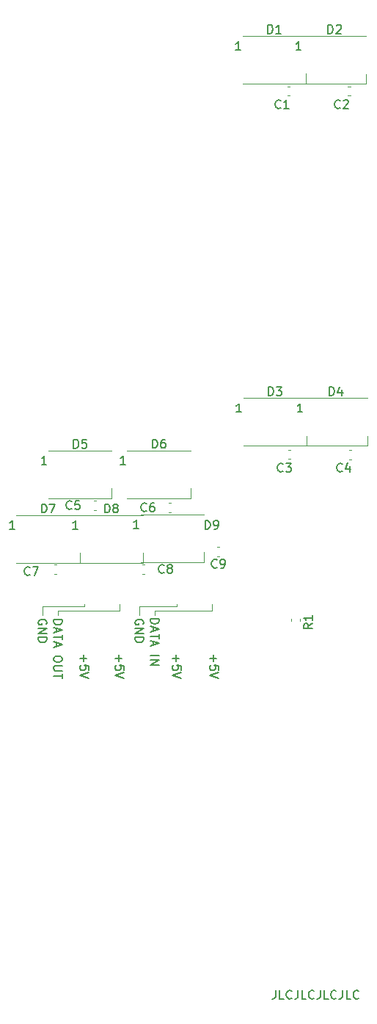
<source format=gbr>
%TF.GenerationSoftware,KiCad,Pcbnew,(5.1.12-1-10_14)*%
%TF.CreationDate,2021-11-25T16:43:39+11:00*%
%TF.ProjectId,GEN TIE PCB V2,47454e20-5449-4452-9050-43422056322e,rev?*%
%TF.SameCoordinates,Original*%
%TF.FileFunction,Legend,Top*%
%TF.FilePolarity,Positive*%
%FSLAX46Y46*%
G04 Gerber Fmt 4.6, Leading zero omitted, Abs format (unit mm)*
G04 Created by KiCad (PCBNEW (5.1.12-1-10_14)) date 2021-11-25 16:43:39*
%MOMM*%
%LPD*%
G01*
G04 APERTURE LIST*
%ADD10C,0.150000*%
%ADD11C,0.120000*%
G04 APERTURE END LIST*
D10*
X151910952Y-158292380D02*
X151910952Y-159006666D01*
X151863333Y-159149523D01*
X151768095Y-159244761D01*
X151625238Y-159292380D01*
X151530000Y-159292380D01*
X152863333Y-159292380D02*
X152387142Y-159292380D01*
X152387142Y-158292380D01*
X153768095Y-159197142D02*
X153720476Y-159244761D01*
X153577619Y-159292380D01*
X153482380Y-159292380D01*
X153339523Y-159244761D01*
X153244285Y-159149523D01*
X153196666Y-159054285D01*
X153149047Y-158863809D01*
X153149047Y-158720952D01*
X153196666Y-158530476D01*
X153244285Y-158435238D01*
X153339523Y-158340000D01*
X153482380Y-158292380D01*
X153577619Y-158292380D01*
X153720476Y-158340000D01*
X153768095Y-158387619D01*
X154482380Y-158292380D02*
X154482380Y-159006666D01*
X154434761Y-159149523D01*
X154339523Y-159244761D01*
X154196666Y-159292380D01*
X154101428Y-159292380D01*
X155434761Y-159292380D02*
X154958571Y-159292380D01*
X154958571Y-158292380D01*
X156339523Y-159197142D02*
X156291904Y-159244761D01*
X156149047Y-159292380D01*
X156053809Y-159292380D01*
X155910952Y-159244761D01*
X155815714Y-159149523D01*
X155768095Y-159054285D01*
X155720476Y-158863809D01*
X155720476Y-158720952D01*
X155768095Y-158530476D01*
X155815714Y-158435238D01*
X155910952Y-158340000D01*
X156053809Y-158292380D01*
X156149047Y-158292380D01*
X156291904Y-158340000D01*
X156339523Y-158387619D01*
X157053809Y-158292380D02*
X157053809Y-159006666D01*
X157006190Y-159149523D01*
X156910952Y-159244761D01*
X156768095Y-159292380D01*
X156672857Y-159292380D01*
X158006190Y-159292380D02*
X157530000Y-159292380D01*
X157530000Y-158292380D01*
X158910952Y-159197142D02*
X158863333Y-159244761D01*
X158720476Y-159292380D01*
X158625238Y-159292380D01*
X158482380Y-159244761D01*
X158387142Y-159149523D01*
X158339523Y-159054285D01*
X158291904Y-158863809D01*
X158291904Y-158720952D01*
X158339523Y-158530476D01*
X158387142Y-158435238D01*
X158482380Y-158340000D01*
X158625238Y-158292380D01*
X158720476Y-158292380D01*
X158863333Y-158340000D01*
X158910952Y-158387619D01*
X159625238Y-158292380D02*
X159625238Y-159006666D01*
X159577619Y-159149523D01*
X159482380Y-159244761D01*
X159339523Y-159292380D01*
X159244285Y-159292380D01*
X160577619Y-159292380D02*
X160101428Y-159292380D01*
X160101428Y-158292380D01*
X161482380Y-159197142D02*
X161434761Y-159244761D01*
X161291904Y-159292380D01*
X161196666Y-159292380D01*
X161053809Y-159244761D01*
X160958571Y-159149523D01*
X160910952Y-159054285D01*
X160863333Y-158863809D01*
X160863333Y-158720952D01*
X160910952Y-158530476D01*
X160958571Y-158435238D01*
X161053809Y-158340000D01*
X161196666Y-158292380D01*
X161291904Y-158292380D01*
X161434761Y-158340000D01*
X161482380Y-158387619D01*
D11*
X129794000Y-114046000D02*
X129794000Y-113792000D01*
X124968000Y-114046000D02*
X129794000Y-114046000D01*
X124968000Y-114300000D02*
X124968000Y-114046000D01*
X124968000Y-115062000D02*
X124968000Y-114300000D01*
X133858000Y-114554000D02*
X133858000Y-113792000D01*
X126746000Y-114554000D02*
X133858000Y-114554000D01*
X126746000Y-115062000D02*
X126746000Y-114554000D01*
X140462000Y-114046000D02*
X140462000Y-113792000D01*
X136144000Y-114046000D02*
X140462000Y-114046000D01*
X136144000Y-115062000D02*
X136144000Y-114046000D01*
X144526000Y-114554000D02*
X144526000Y-113792000D01*
X137922000Y-114554000D02*
X144526000Y-114554000D01*
X137922000Y-115062000D02*
X137922000Y-114554000D01*
D10*
X137469619Y-115467142D02*
X138469619Y-115467142D01*
X138469619Y-115705238D01*
X138422000Y-115848095D01*
X138326761Y-115943333D01*
X138231523Y-115990952D01*
X138041047Y-116038571D01*
X137898190Y-116038571D01*
X137707714Y-115990952D01*
X137612476Y-115943333D01*
X137517238Y-115848095D01*
X137469619Y-115705238D01*
X137469619Y-115467142D01*
X137755333Y-116419523D02*
X137755333Y-116895714D01*
X137469619Y-116324285D02*
X138469619Y-116657619D01*
X137469619Y-116990952D01*
X138469619Y-117181428D02*
X138469619Y-117752857D01*
X137469619Y-117467142D02*
X138469619Y-117467142D01*
X137755333Y-118038571D02*
X137755333Y-118514761D01*
X137469619Y-117943333D02*
X138469619Y-118276666D01*
X137469619Y-118610000D01*
X137469619Y-119705238D02*
X138469619Y-119705238D01*
X137469619Y-120181428D02*
X138469619Y-120181428D01*
X137469619Y-120752857D01*
X138469619Y-120752857D01*
X136644000Y-116078095D02*
X136691619Y-115982857D01*
X136691619Y-115840000D01*
X136644000Y-115697142D01*
X136548761Y-115601904D01*
X136453523Y-115554285D01*
X136263047Y-115506666D01*
X136120190Y-115506666D01*
X135929714Y-115554285D01*
X135834476Y-115601904D01*
X135739238Y-115697142D01*
X135691619Y-115840000D01*
X135691619Y-115935238D01*
X135739238Y-116078095D01*
X135786857Y-116125714D01*
X136120190Y-116125714D01*
X136120190Y-115935238D01*
X135691619Y-116554285D02*
X136691619Y-116554285D01*
X135691619Y-117125714D01*
X136691619Y-117125714D01*
X135691619Y-117601904D02*
X136691619Y-117601904D01*
X136691619Y-117840000D01*
X136644000Y-117982857D01*
X136548761Y-118078095D01*
X136453523Y-118125714D01*
X136263047Y-118173333D01*
X136120190Y-118173333D01*
X135929714Y-118125714D01*
X135834476Y-118078095D01*
X135739238Y-117982857D01*
X135691619Y-117840000D01*
X135691619Y-117601904D01*
X126293619Y-115562476D02*
X127293619Y-115562476D01*
X127293619Y-115800571D01*
X127246000Y-115943428D01*
X127150761Y-116038666D01*
X127055523Y-116086285D01*
X126865047Y-116133904D01*
X126722190Y-116133904D01*
X126531714Y-116086285D01*
X126436476Y-116038666D01*
X126341238Y-115943428D01*
X126293619Y-115800571D01*
X126293619Y-115562476D01*
X126579333Y-116514857D02*
X126579333Y-116991047D01*
X126293619Y-116419619D02*
X127293619Y-116752952D01*
X126293619Y-117086285D01*
X127293619Y-117276761D02*
X127293619Y-117848190D01*
X126293619Y-117562476D02*
X127293619Y-117562476D01*
X126579333Y-118133904D02*
X126579333Y-118610095D01*
X126293619Y-118038666D02*
X127293619Y-118372000D01*
X126293619Y-118705333D01*
X127293619Y-119991047D02*
X127293619Y-120181523D01*
X127246000Y-120276761D01*
X127150761Y-120372000D01*
X126960285Y-120419619D01*
X126626952Y-120419619D01*
X126436476Y-120372000D01*
X126341238Y-120276761D01*
X126293619Y-120181523D01*
X126293619Y-119991047D01*
X126341238Y-119895809D01*
X126436476Y-119800571D01*
X126626952Y-119752952D01*
X126960285Y-119752952D01*
X127150761Y-119800571D01*
X127246000Y-119895809D01*
X127293619Y-119991047D01*
X127293619Y-120848190D02*
X126484095Y-120848190D01*
X126388857Y-120895809D01*
X126341238Y-120943428D01*
X126293619Y-121038666D01*
X126293619Y-121229142D01*
X126341238Y-121324380D01*
X126388857Y-121372000D01*
X126484095Y-121419619D01*
X127293619Y-121419619D01*
X127293619Y-121752952D02*
X127293619Y-122324380D01*
X126293619Y-122038666D02*
X127293619Y-122038666D01*
X125468000Y-116078095D02*
X125515619Y-115982857D01*
X125515619Y-115840000D01*
X125468000Y-115697142D01*
X125372761Y-115601904D01*
X125277523Y-115554285D01*
X125087047Y-115506666D01*
X124944190Y-115506666D01*
X124753714Y-115554285D01*
X124658476Y-115601904D01*
X124563238Y-115697142D01*
X124515619Y-115840000D01*
X124515619Y-115935238D01*
X124563238Y-116078095D01*
X124610857Y-116125714D01*
X124944190Y-116125714D01*
X124944190Y-115935238D01*
X124515619Y-116554285D02*
X125515619Y-116554285D01*
X124515619Y-117125714D01*
X125515619Y-117125714D01*
X124515619Y-117601904D02*
X125515619Y-117601904D01*
X125515619Y-117840000D01*
X125468000Y-117982857D01*
X125372761Y-118078095D01*
X125277523Y-118125714D01*
X125087047Y-118173333D01*
X124944190Y-118173333D01*
X124753714Y-118125714D01*
X124658476Y-118078095D01*
X124563238Y-117982857D01*
X124515619Y-117840000D01*
X124515619Y-117601904D01*
X144708571Y-119618285D02*
X144708571Y-120380190D01*
X144327619Y-119999238D02*
X145089523Y-119999238D01*
X145327619Y-121332571D02*
X145327619Y-120856380D01*
X144851428Y-120808761D01*
X144899047Y-120856380D01*
X144946666Y-120951619D01*
X144946666Y-121189714D01*
X144899047Y-121284952D01*
X144851428Y-121332571D01*
X144756190Y-121380190D01*
X144518095Y-121380190D01*
X144422857Y-121332571D01*
X144375238Y-121284952D01*
X144327619Y-121189714D01*
X144327619Y-120951619D01*
X144375238Y-120856380D01*
X144422857Y-120808761D01*
X145327619Y-121665904D02*
X144327619Y-121999238D01*
X145327619Y-122332571D01*
X140390571Y-119618285D02*
X140390571Y-120380190D01*
X140009619Y-119999238D02*
X140771523Y-119999238D01*
X141009619Y-121332571D02*
X141009619Y-120856380D01*
X140533428Y-120808761D01*
X140581047Y-120856380D01*
X140628666Y-120951619D01*
X140628666Y-121189714D01*
X140581047Y-121284952D01*
X140533428Y-121332571D01*
X140438190Y-121380190D01*
X140200095Y-121380190D01*
X140104857Y-121332571D01*
X140057238Y-121284952D01*
X140009619Y-121189714D01*
X140009619Y-120951619D01*
X140057238Y-120856380D01*
X140104857Y-120808761D01*
X141009619Y-121665904D02*
X140009619Y-121999238D01*
X141009619Y-122332571D01*
X133786571Y-119618285D02*
X133786571Y-120380190D01*
X133405619Y-119999238D02*
X134167523Y-119999238D01*
X134405619Y-121332571D02*
X134405619Y-120856380D01*
X133929428Y-120808761D01*
X133977047Y-120856380D01*
X134024666Y-120951619D01*
X134024666Y-121189714D01*
X133977047Y-121284952D01*
X133929428Y-121332571D01*
X133834190Y-121380190D01*
X133596095Y-121380190D01*
X133500857Y-121332571D01*
X133453238Y-121284952D01*
X133405619Y-121189714D01*
X133405619Y-120951619D01*
X133453238Y-120856380D01*
X133500857Y-120808761D01*
X134405619Y-121665904D02*
X133405619Y-121999238D01*
X134405619Y-122332571D01*
X129722571Y-119618285D02*
X129722571Y-120380190D01*
X129341619Y-119999238D02*
X130103523Y-119999238D01*
X130341619Y-121332571D02*
X130341619Y-120856380D01*
X129865428Y-120808761D01*
X129913047Y-120856380D01*
X129960666Y-120951619D01*
X129960666Y-121189714D01*
X129913047Y-121284952D01*
X129865428Y-121332571D01*
X129770190Y-121380190D01*
X129532095Y-121380190D01*
X129436857Y-121332571D01*
X129389238Y-121284952D01*
X129341619Y-121189714D01*
X129341619Y-120951619D01*
X129389238Y-120856380D01*
X129436857Y-120808761D01*
X130341619Y-121665904D02*
X129341619Y-121999238D01*
X130341619Y-122332571D01*
D11*
%TO.C,D8*%
X136582000Y-108998000D02*
X136582000Y-107848000D01*
X129282000Y-108998000D02*
X136582000Y-108998000D01*
X129282000Y-103498000D02*
X136582000Y-103498000D01*
%TO.C,D7*%
X121990000Y-103498000D02*
X129290000Y-103498000D01*
X121990000Y-108998000D02*
X129290000Y-108998000D01*
X129290000Y-108998000D02*
X129290000Y-107848000D01*
%TO.C,D6*%
X134780000Y-96056000D02*
X142080000Y-96056000D01*
X134780000Y-101556000D02*
X142080000Y-101556000D01*
X142080000Y-101556000D02*
X142080000Y-100406000D01*
%TO.C,C8*%
X136805580Y-110238000D02*
X136524420Y-110238000D01*
X136805580Y-109218000D02*
X136524420Y-109218000D01*
%TO.C,C1*%
X153251420Y-54064000D02*
X153532580Y-54064000D01*
X153251420Y-55084000D02*
X153532580Y-55084000D01*
%TO.C,C9*%
X145441580Y-108206000D02*
X145160420Y-108206000D01*
X145441580Y-107186000D02*
X145160420Y-107186000D01*
%TO.C,C7*%
X126338420Y-109218000D02*
X126619580Y-109218000D01*
X126338420Y-110238000D02*
X126619580Y-110238000D01*
%TO.C,C6*%
X139546420Y-102106000D02*
X139827580Y-102106000D01*
X139546420Y-103126000D02*
X139827580Y-103126000D01*
%TO.C,C5*%
X130910420Y-101852000D02*
X131191580Y-101852000D01*
X130910420Y-102872000D02*
X131191580Y-102872000D01*
%TO.C,C4*%
X160387420Y-96010000D02*
X160668580Y-96010000D01*
X160387420Y-97030000D02*
X160668580Y-97030000D01*
%TO.C,C3*%
X153361420Y-95954000D02*
X153642580Y-95954000D01*
X153361420Y-96974000D02*
X153642580Y-96974000D01*
%TO.C,C2*%
X160246420Y-54034000D02*
X160527580Y-54034000D01*
X160246420Y-55054000D02*
X160527580Y-55054000D01*
%TO.C,D5*%
X132962000Y-101534000D02*
X132962000Y-100384000D01*
X125662000Y-101534000D02*
X132962000Y-101534000D01*
X125662000Y-96034000D02*
X132962000Y-96034000D01*
%TO.C,D2*%
X162352000Y-53734000D02*
X162352000Y-52584000D01*
X155052000Y-53734000D02*
X162352000Y-53734000D01*
X155052000Y-48234000D02*
X162352000Y-48234000D01*
%TO.C,D4*%
X162522000Y-95494000D02*
X162522000Y-94344000D01*
X155222000Y-95494000D02*
X162522000Y-95494000D01*
X155222000Y-89994000D02*
X162522000Y-89994000D01*
%TO.C,D1*%
X155392000Y-53724000D02*
X155392000Y-52574000D01*
X148092000Y-53724000D02*
X155392000Y-53724000D01*
X148092000Y-48224000D02*
X155392000Y-48224000D01*
%TO.C,D9*%
X143612000Y-108914000D02*
X143612000Y-107764000D01*
X136312000Y-108914000D02*
X143612000Y-108914000D01*
X136312000Y-103414000D02*
X143612000Y-103414000D01*
%TO.C,D3*%
X155472000Y-95494000D02*
X155472000Y-94344000D01*
X148172000Y-95494000D02*
X155472000Y-95494000D01*
X148172000Y-89994000D02*
X155472000Y-89994000D01*
%TO.C,R1*%
X154688000Y-115732779D02*
X154688000Y-115407221D01*
X153668000Y-115732779D02*
X153668000Y-115407221D01*
%TO.C,D8*%
D10*
X132193904Y-103200380D02*
X132193904Y-102200380D01*
X132432000Y-102200380D01*
X132574857Y-102248000D01*
X132670095Y-102343238D01*
X132717714Y-102438476D01*
X132765333Y-102628952D01*
X132765333Y-102771809D01*
X132717714Y-102962285D01*
X132670095Y-103057523D01*
X132574857Y-103152761D01*
X132432000Y-103200380D01*
X132193904Y-103200380D01*
X133336761Y-102628952D02*
X133241523Y-102581333D01*
X133193904Y-102533714D01*
X133146285Y-102438476D01*
X133146285Y-102390857D01*
X133193904Y-102295619D01*
X133241523Y-102248000D01*
X133336761Y-102200380D01*
X133527238Y-102200380D01*
X133622476Y-102248000D01*
X133670095Y-102295619D01*
X133717714Y-102390857D01*
X133717714Y-102438476D01*
X133670095Y-102533714D01*
X133622476Y-102581333D01*
X133527238Y-102628952D01*
X133336761Y-102628952D01*
X133241523Y-102676571D01*
X133193904Y-102724190D01*
X133146285Y-102819428D01*
X133146285Y-103009904D01*
X133193904Y-103105142D01*
X133241523Y-103152761D01*
X133336761Y-103200380D01*
X133527238Y-103200380D01*
X133622476Y-103152761D01*
X133670095Y-103105142D01*
X133717714Y-103009904D01*
X133717714Y-102819428D01*
X133670095Y-102724190D01*
X133622476Y-102676571D01*
X133527238Y-102628952D01*
X129067714Y-105100380D02*
X128496285Y-105100380D01*
X128782000Y-105100380D02*
X128782000Y-104100380D01*
X128686761Y-104243238D01*
X128591523Y-104338476D01*
X128496285Y-104386095D01*
%TO.C,D7*%
X124901904Y-103200380D02*
X124901904Y-102200380D01*
X125140000Y-102200380D01*
X125282857Y-102248000D01*
X125378095Y-102343238D01*
X125425714Y-102438476D01*
X125473333Y-102628952D01*
X125473333Y-102771809D01*
X125425714Y-102962285D01*
X125378095Y-103057523D01*
X125282857Y-103152761D01*
X125140000Y-103200380D01*
X124901904Y-103200380D01*
X125806666Y-102200380D02*
X126473333Y-102200380D01*
X126044761Y-103200380D01*
X121775714Y-105100380D02*
X121204285Y-105100380D01*
X121490000Y-105100380D02*
X121490000Y-104100380D01*
X121394761Y-104243238D01*
X121299523Y-104338476D01*
X121204285Y-104386095D01*
%TO.C,D6*%
X137691904Y-95758380D02*
X137691904Y-94758380D01*
X137930000Y-94758380D01*
X138072857Y-94806000D01*
X138168095Y-94901238D01*
X138215714Y-94996476D01*
X138263333Y-95186952D01*
X138263333Y-95329809D01*
X138215714Y-95520285D01*
X138168095Y-95615523D01*
X138072857Y-95710761D01*
X137930000Y-95758380D01*
X137691904Y-95758380D01*
X139120476Y-94758380D02*
X138930000Y-94758380D01*
X138834761Y-94806000D01*
X138787142Y-94853619D01*
X138691904Y-94996476D01*
X138644285Y-95186952D01*
X138644285Y-95567904D01*
X138691904Y-95663142D01*
X138739523Y-95710761D01*
X138834761Y-95758380D01*
X139025238Y-95758380D01*
X139120476Y-95710761D01*
X139168095Y-95663142D01*
X139215714Y-95567904D01*
X139215714Y-95329809D01*
X139168095Y-95234571D01*
X139120476Y-95186952D01*
X139025238Y-95139333D01*
X138834761Y-95139333D01*
X138739523Y-95186952D01*
X138691904Y-95234571D01*
X138644285Y-95329809D01*
X134565714Y-97658380D02*
X133994285Y-97658380D01*
X134280000Y-97658380D02*
X134280000Y-96658380D01*
X134184761Y-96801238D01*
X134089523Y-96896476D01*
X133994285Y-96944095D01*
%TO.C,C8*%
X139025333Y-110085142D02*
X138977714Y-110132761D01*
X138834857Y-110180380D01*
X138739619Y-110180380D01*
X138596761Y-110132761D01*
X138501523Y-110037523D01*
X138453904Y-109942285D01*
X138406285Y-109751809D01*
X138406285Y-109608952D01*
X138453904Y-109418476D01*
X138501523Y-109323238D01*
X138596761Y-109228000D01*
X138739619Y-109180380D01*
X138834857Y-109180380D01*
X138977714Y-109228000D01*
X139025333Y-109275619D01*
X139596761Y-109608952D02*
X139501523Y-109561333D01*
X139453904Y-109513714D01*
X139406285Y-109418476D01*
X139406285Y-109370857D01*
X139453904Y-109275619D01*
X139501523Y-109228000D01*
X139596761Y-109180380D01*
X139787238Y-109180380D01*
X139882476Y-109228000D01*
X139930095Y-109275619D01*
X139977714Y-109370857D01*
X139977714Y-109418476D01*
X139930095Y-109513714D01*
X139882476Y-109561333D01*
X139787238Y-109608952D01*
X139596761Y-109608952D01*
X139501523Y-109656571D01*
X139453904Y-109704190D01*
X139406285Y-109799428D01*
X139406285Y-109989904D01*
X139453904Y-110085142D01*
X139501523Y-110132761D01*
X139596761Y-110180380D01*
X139787238Y-110180380D01*
X139882476Y-110132761D01*
X139930095Y-110085142D01*
X139977714Y-109989904D01*
X139977714Y-109799428D01*
X139930095Y-109704190D01*
X139882476Y-109656571D01*
X139787238Y-109608952D01*
%TO.C,C1*%
X152487333Y-56491142D02*
X152439714Y-56538761D01*
X152296857Y-56586380D01*
X152201619Y-56586380D01*
X152058761Y-56538761D01*
X151963523Y-56443523D01*
X151915904Y-56348285D01*
X151868285Y-56157809D01*
X151868285Y-56014952D01*
X151915904Y-55824476D01*
X151963523Y-55729238D01*
X152058761Y-55634000D01*
X152201619Y-55586380D01*
X152296857Y-55586380D01*
X152439714Y-55634000D01*
X152487333Y-55681619D01*
X153439714Y-56586380D02*
X152868285Y-56586380D01*
X153154000Y-56586380D02*
X153154000Y-55586380D01*
X153058761Y-55729238D01*
X152963523Y-55824476D01*
X152868285Y-55872095D01*
%TO.C,C9*%
X145134333Y-109483142D02*
X145086714Y-109530761D01*
X144943857Y-109578380D01*
X144848619Y-109578380D01*
X144705761Y-109530761D01*
X144610523Y-109435523D01*
X144562904Y-109340285D01*
X144515285Y-109149809D01*
X144515285Y-109006952D01*
X144562904Y-108816476D01*
X144610523Y-108721238D01*
X144705761Y-108626000D01*
X144848619Y-108578380D01*
X144943857Y-108578380D01*
X145086714Y-108626000D01*
X145134333Y-108673619D01*
X145610523Y-109578380D02*
X145801000Y-109578380D01*
X145896238Y-109530761D01*
X145943857Y-109483142D01*
X146039095Y-109340285D01*
X146086714Y-109149809D01*
X146086714Y-108768857D01*
X146039095Y-108673619D01*
X145991476Y-108626000D01*
X145896238Y-108578380D01*
X145705761Y-108578380D01*
X145610523Y-108626000D01*
X145562904Y-108673619D01*
X145515285Y-108768857D01*
X145515285Y-109006952D01*
X145562904Y-109102190D01*
X145610523Y-109149809D01*
X145705761Y-109197428D01*
X145896238Y-109197428D01*
X145991476Y-109149809D01*
X146039095Y-109102190D01*
X146086714Y-109006952D01*
%TO.C,C7*%
X123531333Y-110339142D02*
X123483714Y-110386761D01*
X123340857Y-110434380D01*
X123245619Y-110434380D01*
X123102761Y-110386761D01*
X123007523Y-110291523D01*
X122959904Y-110196285D01*
X122912285Y-110005809D01*
X122912285Y-109862952D01*
X122959904Y-109672476D01*
X123007523Y-109577238D01*
X123102761Y-109482000D01*
X123245619Y-109434380D01*
X123340857Y-109434380D01*
X123483714Y-109482000D01*
X123531333Y-109529619D01*
X123864666Y-109434380D02*
X124531333Y-109434380D01*
X124102761Y-110434380D01*
%TO.C,C6*%
X136993333Y-102973142D02*
X136945714Y-103020761D01*
X136802857Y-103068380D01*
X136707619Y-103068380D01*
X136564761Y-103020761D01*
X136469523Y-102925523D01*
X136421904Y-102830285D01*
X136374285Y-102639809D01*
X136374285Y-102496952D01*
X136421904Y-102306476D01*
X136469523Y-102211238D01*
X136564761Y-102116000D01*
X136707619Y-102068380D01*
X136802857Y-102068380D01*
X136945714Y-102116000D01*
X136993333Y-102163619D01*
X137850476Y-102068380D02*
X137660000Y-102068380D01*
X137564761Y-102116000D01*
X137517142Y-102163619D01*
X137421904Y-102306476D01*
X137374285Y-102496952D01*
X137374285Y-102877904D01*
X137421904Y-102973142D01*
X137469523Y-103020761D01*
X137564761Y-103068380D01*
X137755238Y-103068380D01*
X137850476Y-103020761D01*
X137898095Y-102973142D01*
X137945714Y-102877904D01*
X137945714Y-102639809D01*
X137898095Y-102544571D01*
X137850476Y-102496952D01*
X137755238Y-102449333D01*
X137564761Y-102449333D01*
X137469523Y-102496952D01*
X137421904Y-102544571D01*
X137374285Y-102639809D01*
%TO.C,C5*%
X128357333Y-102719142D02*
X128309714Y-102766761D01*
X128166857Y-102814380D01*
X128071619Y-102814380D01*
X127928761Y-102766761D01*
X127833523Y-102671523D01*
X127785904Y-102576285D01*
X127738285Y-102385809D01*
X127738285Y-102242952D01*
X127785904Y-102052476D01*
X127833523Y-101957238D01*
X127928761Y-101862000D01*
X128071619Y-101814380D01*
X128166857Y-101814380D01*
X128309714Y-101862000D01*
X128357333Y-101909619D01*
X129262095Y-101814380D02*
X128785904Y-101814380D01*
X128738285Y-102290571D01*
X128785904Y-102242952D01*
X128881142Y-102195333D01*
X129119238Y-102195333D01*
X129214476Y-102242952D01*
X129262095Y-102290571D01*
X129309714Y-102385809D01*
X129309714Y-102623904D01*
X129262095Y-102719142D01*
X129214476Y-102766761D01*
X129119238Y-102814380D01*
X128881142Y-102814380D01*
X128785904Y-102766761D01*
X128738285Y-102719142D01*
%TO.C,C4*%
X159599333Y-98401142D02*
X159551714Y-98448761D01*
X159408857Y-98496380D01*
X159313619Y-98496380D01*
X159170761Y-98448761D01*
X159075523Y-98353523D01*
X159027904Y-98258285D01*
X158980285Y-98067809D01*
X158980285Y-97924952D01*
X159027904Y-97734476D01*
X159075523Y-97639238D01*
X159170761Y-97544000D01*
X159313619Y-97496380D01*
X159408857Y-97496380D01*
X159551714Y-97544000D01*
X159599333Y-97591619D01*
X160456476Y-97829714D02*
X160456476Y-98496380D01*
X160218380Y-97448761D02*
X159980285Y-98163047D01*
X160599333Y-98163047D01*
%TO.C,C3*%
X152741333Y-98401142D02*
X152693714Y-98448761D01*
X152550857Y-98496380D01*
X152455619Y-98496380D01*
X152312761Y-98448761D01*
X152217523Y-98353523D01*
X152169904Y-98258285D01*
X152122285Y-98067809D01*
X152122285Y-97924952D01*
X152169904Y-97734476D01*
X152217523Y-97639238D01*
X152312761Y-97544000D01*
X152455619Y-97496380D01*
X152550857Y-97496380D01*
X152693714Y-97544000D01*
X152741333Y-97591619D01*
X153074666Y-97496380D02*
X153693714Y-97496380D01*
X153360380Y-97877333D01*
X153503238Y-97877333D01*
X153598476Y-97924952D01*
X153646095Y-97972571D01*
X153693714Y-98067809D01*
X153693714Y-98305904D01*
X153646095Y-98401142D01*
X153598476Y-98448761D01*
X153503238Y-98496380D01*
X153217523Y-98496380D01*
X153122285Y-98448761D01*
X153074666Y-98401142D01*
%TO.C,C2*%
X159345333Y-56491142D02*
X159297714Y-56538761D01*
X159154857Y-56586380D01*
X159059619Y-56586380D01*
X158916761Y-56538761D01*
X158821523Y-56443523D01*
X158773904Y-56348285D01*
X158726285Y-56157809D01*
X158726285Y-56014952D01*
X158773904Y-55824476D01*
X158821523Y-55729238D01*
X158916761Y-55634000D01*
X159059619Y-55586380D01*
X159154857Y-55586380D01*
X159297714Y-55634000D01*
X159345333Y-55681619D01*
X159726285Y-55681619D02*
X159773904Y-55634000D01*
X159869142Y-55586380D01*
X160107238Y-55586380D01*
X160202476Y-55634000D01*
X160250095Y-55681619D01*
X160297714Y-55776857D01*
X160297714Y-55872095D01*
X160250095Y-56014952D01*
X159678666Y-56586380D01*
X160297714Y-56586380D01*
%TO.C,D5*%
X128593904Y-95766380D02*
X128593904Y-94766380D01*
X128832000Y-94766380D01*
X128974857Y-94814000D01*
X129070095Y-94909238D01*
X129117714Y-95004476D01*
X129165333Y-95194952D01*
X129165333Y-95337809D01*
X129117714Y-95528285D01*
X129070095Y-95623523D01*
X128974857Y-95718761D01*
X128832000Y-95766380D01*
X128593904Y-95766380D01*
X130070095Y-94766380D02*
X129593904Y-94766380D01*
X129546285Y-95242571D01*
X129593904Y-95194952D01*
X129689142Y-95147333D01*
X129927238Y-95147333D01*
X130022476Y-95194952D01*
X130070095Y-95242571D01*
X130117714Y-95337809D01*
X130117714Y-95575904D01*
X130070095Y-95671142D01*
X130022476Y-95718761D01*
X129927238Y-95766380D01*
X129689142Y-95766380D01*
X129593904Y-95718761D01*
X129546285Y-95671142D01*
X125447714Y-97636380D02*
X124876285Y-97636380D01*
X125162000Y-97636380D02*
X125162000Y-96636380D01*
X125066761Y-96779238D01*
X124971523Y-96874476D01*
X124876285Y-96922095D01*
%TO.C,D2*%
X157963904Y-47936380D02*
X157963904Y-46936380D01*
X158202000Y-46936380D01*
X158344857Y-46984000D01*
X158440095Y-47079238D01*
X158487714Y-47174476D01*
X158535333Y-47364952D01*
X158535333Y-47507809D01*
X158487714Y-47698285D01*
X158440095Y-47793523D01*
X158344857Y-47888761D01*
X158202000Y-47936380D01*
X157963904Y-47936380D01*
X158916285Y-47031619D02*
X158963904Y-46984000D01*
X159059142Y-46936380D01*
X159297238Y-46936380D01*
X159392476Y-46984000D01*
X159440095Y-47031619D01*
X159487714Y-47126857D01*
X159487714Y-47222095D01*
X159440095Y-47364952D01*
X158868666Y-47936380D01*
X159487714Y-47936380D01*
X154837714Y-49836380D02*
X154266285Y-49836380D01*
X154552000Y-49836380D02*
X154552000Y-48836380D01*
X154456761Y-48979238D01*
X154361523Y-49074476D01*
X154266285Y-49122095D01*
%TO.C,D4*%
X158113904Y-89696380D02*
X158113904Y-88696380D01*
X158352000Y-88696380D01*
X158494857Y-88744000D01*
X158590095Y-88839238D01*
X158637714Y-88934476D01*
X158685333Y-89124952D01*
X158685333Y-89267809D01*
X158637714Y-89458285D01*
X158590095Y-89553523D01*
X158494857Y-89648761D01*
X158352000Y-89696380D01*
X158113904Y-89696380D01*
X159542476Y-89029714D02*
X159542476Y-89696380D01*
X159304380Y-88648761D02*
X159066285Y-89363047D01*
X159685333Y-89363047D01*
X155007714Y-91596380D02*
X154436285Y-91596380D01*
X154722000Y-91596380D02*
X154722000Y-90596380D01*
X154626761Y-90739238D01*
X154531523Y-90834476D01*
X154436285Y-90882095D01*
%TO.C,D1*%
X151003904Y-47926380D02*
X151003904Y-46926380D01*
X151242000Y-46926380D01*
X151384857Y-46974000D01*
X151480095Y-47069238D01*
X151527714Y-47164476D01*
X151575333Y-47354952D01*
X151575333Y-47497809D01*
X151527714Y-47688285D01*
X151480095Y-47783523D01*
X151384857Y-47878761D01*
X151242000Y-47926380D01*
X151003904Y-47926380D01*
X152527714Y-47926380D02*
X151956285Y-47926380D01*
X152242000Y-47926380D02*
X152242000Y-46926380D01*
X152146761Y-47069238D01*
X152051523Y-47164476D01*
X151956285Y-47212095D01*
X147877714Y-49826380D02*
X147306285Y-49826380D01*
X147592000Y-49826380D02*
X147592000Y-48826380D01*
X147496761Y-48969238D01*
X147401523Y-49064476D01*
X147306285Y-49112095D01*
%TO.C,D9*%
X143787904Y-105100380D02*
X143787904Y-104100380D01*
X144026000Y-104100380D01*
X144168857Y-104148000D01*
X144264095Y-104243238D01*
X144311714Y-104338476D01*
X144359333Y-104528952D01*
X144359333Y-104671809D01*
X144311714Y-104862285D01*
X144264095Y-104957523D01*
X144168857Y-105052761D01*
X144026000Y-105100380D01*
X143787904Y-105100380D01*
X144835523Y-105100380D02*
X145026000Y-105100380D01*
X145121238Y-105052761D01*
X145168857Y-105005142D01*
X145264095Y-104862285D01*
X145311714Y-104671809D01*
X145311714Y-104290857D01*
X145264095Y-104195619D01*
X145216476Y-104148000D01*
X145121238Y-104100380D01*
X144930761Y-104100380D01*
X144835523Y-104148000D01*
X144787904Y-104195619D01*
X144740285Y-104290857D01*
X144740285Y-104528952D01*
X144787904Y-104624190D01*
X144835523Y-104671809D01*
X144930761Y-104719428D01*
X145121238Y-104719428D01*
X145216476Y-104671809D01*
X145264095Y-104624190D01*
X145311714Y-104528952D01*
X136097714Y-105016380D02*
X135526285Y-105016380D01*
X135812000Y-105016380D02*
X135812000Y-104016380D01*
X135716761Y-104159238D01*
X135621523Y-104254476D01*
X135526285Y-104302095D01*
%TO.C,D3*%
X151083904Y-89696380D02*
X151083904Y-88696380D01*
X151322000Y-88696380D01*
X151464857Y-88744000D01*
X151560095Y-88839238D01*
X151607714Y-88934476D01*
X151655333Y-89124952D01*
X151655333Y-89267809D01*
X151607714Y-89458285D01*
X151560095Y-89553523D01*
X151464857Y-89648761D01*
X151322000Y-89696380D01*
X151083904Y-89696380D01*
X151988666Y-88696380D02*
X152607714Y-88696380D01*
X152274380Y-89077333D01*
X152417238Y-89077333D01*
X152512476Y-89124952D01*
X152560095Y-89172571D01*
X152607714Y-89267809D01*
X152607714Y-89505904D01*
X152560095Y-89601142D01*
X152512476Y-89648761D01*
X152417238Y-89696380D01*
X152131523Y-89696380D01*
X152036285Y-89648761D01*
X151988666Y-89601142D01*
X147957714Y-91596380D02*
X147386285Y-91596380D01*
X147672000Y-91596380D02*
X147672000Y-90596380D01*
X147576761Y-90739238D01*
X147481523Y-90834476D01*
X147386285Y-90882095D01*
%TO.C,R1*%
X156154380Y-115990666D02*
X155678190Y-116324000D01*
X156154380Y-116562095D02*
X155154380Y-116562095D01*
X155154380Y-116181142D01*
X155202000Y-116085904D01*
X155249619Y-116038285D01*
X155344857Y-115990666D01*
X155487714Y-115990666D01*
X155582952Y-116038285D01*
X155630571Y-116085904D01*
X155678190Y-116181142D01*
X155678190Y-116562095D01*
X156154380Y-115038285D02*
X156154380Y-115609714D01*
X156154380Y-115324000D02*
X155154380Y-115324000D01*
X155297238Y-115419238D01*
X155392476Y-115514476D01*
X155440095Y-115609714D01*
%TD*%
M02*

</source>
